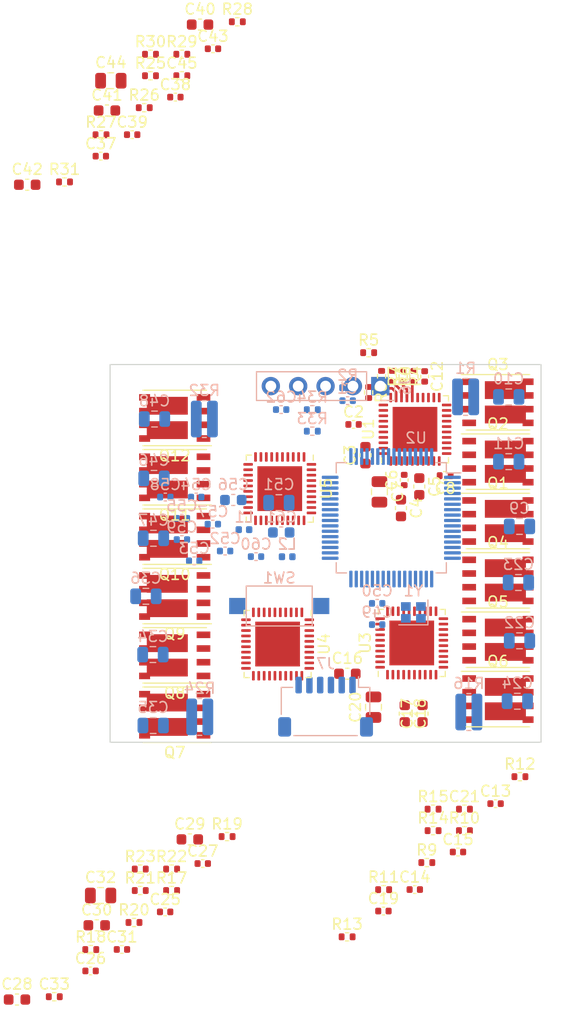
<source format=kicad_pcb>
(kicad_pcb (version 20210623) (generator pcbnew)

  (general
    (thickness 4.69)
  )

  (paper "A4")
  (layers
    (0 "F.Cu" signal)
    (1 "In1.Cu" signal)
    (2 "In2.Cu" signal)
    (31 "B.Cu" signal)
    (32 "B.Adhes" user "B.Adhesive")
    (33 "F.Adhes" user "F.Adhesive")
    (34 "B.Paste" user)
    (35 "F.Paste" user)
    (36 "B.SilkS" user "B.Silkscreen")
    (37 "F.SilkS" user "F.Silkscreen")
    (38 "B.Mask" user)
    (39 "F.Mask" user)
    (40 "Dwgs.User" user "User.Drawings")
    (41 "Cmts.User" user "User.Comments")
    (42 "Eco1.User" user "User.Eco1")
    (43 "Eco2.User" user "User.Eco2")
    (44 "Edge.Cuts" user)
    (45 "Margin" user)
    (46 "B.CrtYd" user "B.Courtyard")
    (47 "F.CrtYd" user "F.Courtyard")
    (48 "B.Fab" user)
    (49 "F.Fab" user)
    (50 "User.1" user)
    (51 "User.2" user)
    (52 "User.3" user)
    (53 "User.4" user)
    (54 "User.5" user)
    (55 "User.6" user)
    (56 "User.7" user)
    (57 "User.8" user)
    (58 "User.9" user)
  )

  (setup
    (stackup
      (layer "F.SilkS" (type "Top Silk Screen"))
      (layer "F.Paste" (type "Top Solder Paste"))
      (layer "F.Mask" (type "Top Solder Mask") (color "Green") (thickness 0.01))
      (layer "F.Cu" (type "copper") (thickness 0.035))
      (layer "dielectric 1" (type "core") (thickness 1.51) (material "FR4") (epsilon_r 4.5) (loss_tangent 0.02))
      (layer "In1.Cu" (type "copper") (thickness 0.035))
      (layer "dielectric 2" (type "prepreg") (thickness 1.51) (material "FR4") (epsilon_r 4.5) (loss_tangent 0.02))
      (layer "In2.Cu" (type "copper") (thickness 0.035))
      (layer "dielectric 3" (type "core") (thickness 1.51) (material "FR4") (epsilon_r 4.5) (loss_tangent 0.02))
      (layer "B.Cu" (type "copper") (thickness 0.035))
      (layer "B.Mask" (type "Bottom Solder Mask") (color "Green") (thickness 0.01))
      (layer "B.Paste" (type "Bottom Solder Paste"))
      (layer "B.SilkS" (type "Bottom Silk Screen"))
      (copper_finish "None")
      (dielectric_constraints no)
    )
    (pad_to_mask_clearance 0)
    (pcbplotparams
      (layerselection 0x00010fc_ffffffff)
      (disableapertmacros false)
      (usegerberextensions false)
      (usegerberattributes true)
      (usegerberadvancedattributes true)
      (creategerberjobfile true)
      (svguseinch false)
      (svgprecision 6)
      (excludeedgelayer true)
      (plotframeref false)
      (viasonmask false)
      (mode 1)
      (useauxorigin false)
      (hpglpennumber 1)
      (hpglpenspeed 20)
      (hpglpendiameter 15.000000)
      (dxfpolygonmode true)
      (dxfimperialunits true)
      (dxfusepcbnewfont true)
      (psnegative false)
      (psa4output false)
      (plotreference true)
      (plotvalue true)
      (plotinvisibletext false)
      (sketchpadsonfab false)
      (subtractmaskfromsilk false)
      (outputformat 1)
      (mirror false)
      (drillshape 1)
      (scaleselection 1)
      (outputdirectory "")
    )
  )

  (net 0 "")
  (net 1 "unconnected-(U1-Pad21)")
  (net 2 "unconnected-(U1-Pad22)")
  (net 3 "Net-(U1-Pad9)")
  (net 4 "GND")
  (net 5 "+BATT")
  (net 6 "Net-(U1-Pad40)")
  (net 7 "/Motor 1/A")
  (net 8 "/Motor 1/B")
  (net 9 "/Motor 1/C")
  (net 10 "unconnected-(U2-Pad2)")
  (net 11 "unconnected-(U2-Pad3)")
  (net 12 "unconnected-(U2-Pad4)")
  (net 13 "unconnected-(U2-Pad8)")
  (net 14 "unconnected-(U2-Pad9)")
  (net 15 "unconnected-(U2-Pad10)")
  (net 16 "unconnected-(U2-Pad51)")
  (net 17 "unconnected-(U2-Pad55)")
  (net 18 "unconnected-(U2-Pad60)")
  (net 19 "Net-(U1-Pad8)")
  (net 20 "+3V3")
  (net 21 "Net-(U1-Pad30)")
  (net 22 "Net-(C15-Pad1)")
  (net 23 "Net-(C15-Pad2)")
  (net 24 "Net-(C16-Pad1)")
  (net 25 "Net-(C17-Pad1)")
  (net 26 "Net-(C18-Pad1)")
  (net 27 "Net-(C21-Pad2)")
  (net 28 "Net-(C27-Pad1)")
  (net 29 "Net-(C27-Pad2)")
  (net 30 "Net-(C28-Pad1)")
  (net 31 "Net-(C29-Pad1)")
  (net 32 "Net-(C30-Pad1)")
  (net 33 "Net-(C33-Pad2)")
  (net 34 "Net-(C39-Pad1)")
  (net 35 "Net-(C39-Pad2)")
  (net 36 "Net-(C40-Pad1)")
  (net 37 "Net-(C41-Pad1)")
  (net 38 "Net-(C42-Pad1)")
  (net 39 "Net-(C45-Pad2)")
  (net 40 "/Motor 2/C")
  (net 41 "Net-(Q4-Pad2)")
  (net 42 "Net-(Q5-Pad2)")
  (net 43 "/Motor 2/B")
  (net 44 "Net-(Q6-Pad2)")
  (net 45 "Net-(Q7-Pad2)")
  (net 46 "/Motor 2/A")
  (net 47 "Net-(Q8-Pad2)")
  (net 48 "Net-(Q9-Pad2)")
  (net 49 "/Motor 3/C")
  (net 50 "Net-(Q10-Pad2)")
  (net 51 "Net-(Q11-Pad2)")
  (net 52 "/Motor 3/B")
  (net 53 "Net-(Q12-Pad2)")
  (net 54 "/Motor 3/A")
  (net 55 "/Motor 4/C")
  (net 56 "/Motor 4/B")
  (net 57 "/Motor 4/A")
  (net 58 "Net-(R9-Pad2)")
  (net 59 "Net-(R10-Pad1)")
  (net 60 "Net-(R12-Pad2)")
  (net 61 "Net-(R13-Pad2)")
  (net 62 "Net-(R14-Pad2)")
  (net 63 "Net-(R17-Pad2)")
  (net 64 "Net-(R18-Pad1)")
  (net 65 "Net-(R20-Pad2)")
  (net 66 "Net-(R21-Pad2)")
  (net 67 "Net-(R22-Pad2)")
  (net 68 "Net-(R25-Pad2)")
  (net 69 "Net-(R26-Pad1)")
  (net 70 "Net-(R28-Pad2)")
  (net 71 "Net-(R29-Pad2)")
  (net 72 "Net-(R30-Pad2)")
  (net 73 "unconnected-(U3-Pad21)")
  (net 74 "unconnected-(U3-Pad22)")
  (net 75 "unconnected-(U4-Pad21)")
  (net 76 "unconnected-(U4-Pad22)")
  (net 77 "unconnected-(U5-Pad21)")
  (net 78 "unconnected-(U5-Pad22)")
  (net 79 "Net-(C2-Pad1)")
  (net 80 "Net-(C2-Pad2)")
  (net 81 "Net-(C4-Pad1)")
  (net 82 "Net-(C5-Pad1)")
  (net 83 "Net-(Q1-Pad4)")
  (net 84 "Net-(Q2-Pad4)")
  (net 85 "Net-(Q2-Pad2)")
  (net 86 "Net-(Q3-Pad2)")
  (net 87 "Net-(Q3-Pad4)")
  (net 88 "Net-(Q4-Pad4)")
  (net 89 "Net-(Q5-Pad4)")
  (net 90 "Net-(Q6-Pad4)")
  (net 91 "Net-(Q7-Pad4)")
  (net 92 "Net-(Q8-Pad4)")
  (net 93 "Net-(Q9-Pad4)")
  (net 94 "Net-(Q10-Pad4)")
  (net 95 "Net-(Q11-Pad4)")
  (net 96 "Net-(Q12-Pad4)")
  (net 97 "Net-(R2-Pad2)")
  (net 98 "Net-(R4-Pad2)")
  (net 99 "Net-(R5-Pad1)")
  (net 100 "Net-(R7-Pad2)")
  (net 101 "/Controller/OSCA")
  (net 102 "/Controller/OSCB")
  (net 103 "+3.3VA")
  (net 104 "Net-(U2-Pad28)")
  (net 105 "/Controller/~{RESET}")
  (net 106 "Net-(U2-Pad61)")
  (net 107 "/Controller/PWM1A")
  (net 108 "/Controller/PWM1B")
  (net 109 "/Controller/PWM1C")
  (net 110 "/Controller/PWM3C")
  (net 111 "/Controller/PWM4A")
  (net 112 "/Controller/PWM4B")
  (net 113 "/Controller/PWM4C")
  (net 114 "/Controller/PWM2B")
  (net 115 "/Controller/PWM2C")
  (net 116 "/Controller/PWM3A")
  (net 117 "/Controller/PWM3B")
  (net 118 "/Controller/PWM2A")
  (net 119 "/Controller/SWDIO")
  (net 120 "/Controller/SWCLK")
  (net 121 "/Controller/ISENSE3")
  (net 122 "/Controller/ISENSE4")
  (net 123 "/Controller/ISENSE1")
  (net 124 "/Controller/ISENSE2")
  (net 125 "/Controller/~{CS}")
  (net 126 "/Controller/SCLK")
  (net 127 "/Controller/MOSI")
  (net 128 "/Controller/MISO")
  (net 129 "/Controller/~{FAULT1}")
  (net 130 "/Controller/~{FAULT2}")
  (net 131 "/Controller/~{FAULT3}")
  (net 132 "/Controller/~{FAULT4}")
  (net 133 "/Controller/EN")
  (net 134 "/Controller/HIZ1A")
  (net 135 "/Controller/HIZ1B")
  (net 136 "/Controller/HIZ1C")
  (net 137 "/Controller/HIZ4B")
  (net 138 "/Controller/HIZ4C")
  (net 139 "/Controller/HIZ3A")
  (net 140 "/Controller/HIZ3B")
  (net 141 "/Controller/HIZ3C")
  (net 142 "/Controller/HIZ2A")
  (net 143 "/Controller/HIZ2B")
  (net 144 "/Controller/HIZ2C")
  (net 145 "/Controller/HIZ4A")

  (footprint "Resistor_SMD:R_0402_1005Metric" (layer "F.Cu") (at 136.2 61.1 -90))

  (footprint "Capacitor_SMD:C_0603_1608Metric" (layer "F.Cu") (at 132.7 68.4 90))

  (footprint "Resistor_SMD:R_0402_1005Metric" (layer "F.Cu") (at 111.22 111.7))

  (footprint "Resistor_SMD:R_0402_1005Metric" (layer "F.Cu") (at 115.66 33.24))

  (footprint "Capacitor_SMD:C_0402_1005Metric" (layer "F.Cu") (at 107.19 116.19))

  (footprint "Resistor_SMD:R_0402_1005Metric" (layer "F.Cu") (at 108.16 38.71))

  (footprint "Resistor_SMD:R_0402_1005Metric" (layer "F.Cu") (at 104.77 43.08))

  (footprint "Capacitor_SMD:C_0402_1005Metric" (layer "F.Cu") (at 138.2 61.1 -90))

  (footprint "Package_SO:PowerPAK_SO-8_Dual" (layer "F.Cu") (at 115 92.45 180))

  (footprint "Package_DFN_QFN:Texas_S-PVQFN-N40_EP4.15x4.15mm" (layer "F.Cu") (at 137.3 66 90))

  (footprint "Capacitor_SMD:C_0603_1608Metric" (layer "F.Cu") (at 108.71 36.46))

  (footprint "Capacitor_SMD:C_0402_1005Metric" (layer "F.Cu") (at 118.55 30.74))

  (footprint "Resistor_SMD:R_0402_1005Metric" (layer "F.Cu") (at 138.98 101.2))

  (footprint "Capacitor_SMD:C_0805_2012Metric" (layer "F.Cu") (at 108.12 109.2))

  (footprint "Resistor_SMD:R_0402_1005Metric" (layer "F.Cu") (at 141.89 101.2))

  (footprint "Capacitor_SMD:C_0402_1005Metric" (layer "F.Cu") (at 144.78 100.69))

  (footprint "Resistor_SMD:R_0402_1005Metric" (layer "F.Cu") (at 141.89 103.19))

  (footprint "Resistor_SMD:R_0402_1005Metric" (layer "F.Cu") (at 114.71 106.75))

  (footprint "Capacitor_SMD:C_0402_1005Metric" (layer "F.Cu") (at 114.11 110.72))

  (footprint "Package_SO:PowerPAK_SO-8_Dual" (layer "F.Cu") (at 115 70.45 180))

  (footprint "Resistor_SMD:R_0402_1005Metric" (layer "F.Cu") (at 103.82 118.58))

  (footprint "Capacitor_SMD:C_0603_1608Metric" (layer "F.Cu") (at 101.31 43.34))

  (footprint "Capacitor_SMD:C_0402_1005Metric" (layer "F.Cu") (at 111.05 38.7))

  (footprint "Capacitor_SMD:C_0402_1005Metric" (layer "F.Cu") (at 134.37 110.64))

  (footprint "Package_SO:PowerPAK_SO-8_Dual" (layer "F.Cu") (at 115 81.45 180))

  (footprint "Resistor_SMD:R_0402_1005Metric" (layer "F.Cu") (at 112.17 36.2))

  (footprint "Capacitor_SMD:C_0603_1608Metric" (layer "F.Cu") (at 116.4 104))

  (footprint "Capacitor_SMD:C_0402_1005Metric" (layer "F.Cu") (at 117.6 106.24))

  (footprint "Capacitor_SMD:C_0603_1608Metric" (layer "F.Cu") (at 107.76 111.96))

  (footprint "Capacitor_SMD:C_0603_1608Metric" (layer "F.Cu") (at 131.025 88.65))

  (footprint "Capacitor_SMD:C_0805_2012Metric" (layer "F.Cu") (at 133.45 91.75 90))

  (footprint "Package_SO:PowerPAK_SO-8_Dual" (layer "F.Cu") (at 115 64.95 180))

  (footprint "Resistor_SMD:R_0402_1005Metric" (layer "F.Cu") (at 140.1 70.3 180))

  (footprint "Capacitor_SMD:C_0402_1005Metric" (layer "F.Cu") (at 137.28 108.65))

  (footprint "Package_SO:PowerPAK_SO-8_Dual" (layer "F.Cu") (at 145 69))

  (footprint "Capacitor_SMD:C_0402_1005Metric" (layer "F.Cu") (at 131.6 65.55))

  (footprint "Capacitor_SMD:C_0603_1608Metric" (layer "F.Cu") (at 138 92.35 90))

  (footprint "Package_DFN_QFN:Texas_S-PVQFN-N40_EP4.15x4.15mm" (layer "F.Cu") (at 124.55 85.9 -90))

  (footprint "Capacitor_SMD:C_0603_1608Metric" (layer "F.Cu") (at 117.35 28.5))

  (footprint "Capacitor_SMD:C_0805_2012Metric" (layer "F.Cu") (at 134 71.8 -90))

  (footprint "Resistor_SMD:R_0402_1005Metric" (layer "F.Cu") (at 134.39 108.66))

  (footprint "Capacitor_SMD:C_0402_1005Metric" (layer "F.Cu") (at 110.1 114.2))

  (footprint "Resistor_SMD:R_0402_1005Metric" (layer "F.Cu") (at 133 58.9))

  (footprint "Capacitor_SMD:C_0402_1005Metric" (layer "F.Cu") (at 141.29 105.17))

  (footprint "Resistor_SMD:R_0402_1005Metric" (layer "F.Cu") (at 138.98 103.19))

  (footprint "Resistor_SMD:R_0402_1005Metric" (layer "F.Cu") (at 112.75 33.24))

  (footprint "Resistor_SMD:R_0402_1005Metric" (layer "F.Cu") (at 120.81 28.24))

  (footprint "Package_SO:PowerPAK_SO-8_Dual" (layer "F.Cu") (at 145 74.5))

  (footprint "Resistor_SMD:R_0402_1005Metric" (layer "F.Cu") (at 137.2 61.1 90))

  (footprint "Capacitor_SMD:C_0603_1608Metric" (layer "F.Cu") (at 137.7 71.3 -90))

  (footprint "Capacitor_SMD:C_0805_2012Metric" (layer "F.Cu") (at 109.07 33.7))

  (footprint "Package_SO:PowerPAK_SO-8_Dual" (layer "F.Cu")
    (tedit 5EADE2C3) (tstamp a08fd404-fccd-447d-aa13-a87dae514c4f)
    (at 115 75.95 180)
    (descr "PowerPAK SO-8 Dual (https://www.vishay.com/docs/71655/powerpak.pdf, https://www.vishay.com/docs/72600/72600.pdf)")
    (tags "PowerPAK SO-8 Dual")
    (property "Sheetfile" "motor4.kicad_sch")
    (property "Sheetname" "Motor 4")
    (path "/cead427d-fa7b-47de-8d19-a61452e1325b/c5ec2277-9dd7-48d1-b1a2-519ddc0d1399")
    (attr smd)
    (fp_text reference "Q10" (at 0 -3.5) (layer "F.SilkS")
      (effects (font (size 1 1) (thickness 0.15)))
      (tstamp cdd6113b-d8f1-4ec6-9e45-c2f332a01927)
    )
    (fp_text value "SiRB40DP" (at 0 3.5) (layer "F.Fab")
      (effects (font (size 1 1) (thickness 0.15)))
      (tstamp aff2e9a3-6b25-4fa1-bb98-76f0aa3a9d5c)
    )
    (fp_text user "${REFERENCE}" (at 0 0) (layer "F.Fab")
      (effects (font (size 1 1) (thickness 0.15)))
      (tstamp 3f77f066-c3eb-4042-8aa1-7c13cdba5737)
    )
    (fp_line (start -2.945 2.57) (end 2.945 2.57) (layer "F.SilkS") (width 0.12) (tstamp 10807fb1-8860-4567-9305-88977294e154))
    (fp_line (start -3.4 -2.57) (end 2.945 -2.57) (layer "F.SilkS") (width 0.12) (tstamp 39ca131d-f1f9-488e-82e3-9d19b5c6ca42))
    (fp_line (start -3.55 -2.75) (end -3.55 2.75) (layer "F.CrtYd") (width 0.05) (tstamp 438f73f6-515f-42e0-8af9-4a9340a6f731))
    (fp_line (start -3.55 2.75) (end 3.55 2.75) (layer "F.CrtYd") (width 0.05) (tstamp 9f4e2cf9-c746-44bc-ab6c-b92998c51ff0))
    (fp_line (start 3.55 -2.75) (end 3.55 2.75) (layer "F.CrtYd") (width 0.05) (tstamp e76ebc31-1bbd-47c1-b795-04d996a69547))
    (fp_line (start -3.55 -2.75) (end 3.55 -2.75) (layer "F.CrtYd") (width 0.05) (tstamp fbcb4bb3-26fd-48f6-8988-65e348e7d0bb))
    (fp_line (start 2.945 2.45) (end -2.945 2.45) (layer "F.Fab") (width 0.1) (tstamp 0da2b371-ea9e-481f-a4d8-6644f4ac098a))
    (fp_line (start -1.945 -2.45) (end -2.945 -1.45) (layer "F.Fab") (width 0.1) (tstamp 3866d21c-f1a9-4572-b701-0df4ed8ef36b))
    (fp_line (start -1.945 -2.45) (end 2.945 -2.45) (layer "F.Fab") (width 0.1) (tstamp 86d79163-8d79-4278-a5cf-8fecea428c25))
    (fp_line (start -2.945 2.45) (end -2.945 -1.45) (layer "F.Fab") (width 0.1) (tstamp 9729cde5-c4fc-492e-a980-f25542115975))
    (fp_line (start 2.945 -2.45) (end 2.945 2.45) (layer "F.Fab") (width 0.1) (tstamp c26de2e3-891b-4901-a42d-4793a171cc8d))
    (pad "1" smd rect locked (at -2.67 -1.905 180) (size 1.27 0.61) (layers "F.Cu" "F.Paste" "F.Mask")
      (net 39 "Net-(C45-Pad2)") (pinfunction "S") (pintype "passive") (tstamp 7feab969-fbe9-4098-b4fa-a8b74765130f))
    (pad "2" smd rect locked (at -2.67 -0.635 180) (size 1.27 0.61) (layers "F.Cu" "F.Paste" "F.Mask")
      (net 50 "Net-(Q10-Pad2)") (pinfunction "G") (pintype "input") (tstamp cddf9275-9cf2-425e-a021-d4b3f864938a))
    (pad "3" smd rect locked (at -2.67 0.635 180) (size 1.27 0.61) (layers "F.Cu" "F.Paste" "F.Mask")
      (net 55 "/Motor 4/C") (pinfunction "S") (pintype "passive") (tstamp 4df3282c-de49-44aa-aa71-e1d72fed2d2c))
    (pad "4" smd rect locked (at -2.67 1.905 180) (size 1.27 0.61) (layers "F.Cu" "F.Paste" "F.Mask")
      (net 94 "Net-(Q10-Pad4)") (pinfunction "G") (pintype "input") (tstamp 3bc439ca-3062-4b9f-a7a8-a29305ec3003))
    (pad "5" smd rect locked (at 0.69 -1.13 180) (size 3.81 1.65) (layers "F.Cu" "F.Paste" "F.Mask")
      (net 55 "/Motor 4/C") (pinfunction "D") (pintype "passive") (tstamp 5f56e78c-d401-4538-a099-83709517bc60))
    (pad "5" smd rect locked (at 2.795 -1.905 180) (size 1.02 0.61) (layers "F.Cu" "F.Paste" "F.Mask")
      (net 55 "/Motor 4/C") (pinfunction "D") (pintype "passive") (tstamp a5c0b2ec-fe18-48f4-ae20-bca36c6d4dc3))
    (pad "5" smd rect locked (at 2.795 -0.635 180) (size 1.02 0.61) (layers "F.Cu" "F.Paste" "F.Mask")
      (net 55 "/Motor 4/C") (pinfunction "D") (pintype "passive") (tstamp bae01cf3-1da5-45db-86ba-666e93f680aa))
    (pad "6" smd rect locked (at 0.69 1.13 180) (size 3.81 1.65) (layers "F.Cu" "F.Paste" "F.Mask")
      (net 5 "+BATT") (pinfunction "D") (pintype "passive") (tstamp 7a5ada00-77b3-4e96-a523-fd5a3f66e84a))
    (pad "6" smd rect locked (at 2.795 1.905 180) (size 1.02 0.61) (layers "F.Cu" "F.Paste" "F.Mask")
      (net 5 "+BATT") (pinfunction "D") (pintype "passive") (tstamp 83accd1b-008d-4162-9b27-b2a3b1812dea))
    (pad "6" smd rect locked (at 2.795 0.635 180) (size 1.02 0.61) (layers "F.Cu" "F.Paste" "F.Mask")
      (net 5 "+BATT") (pin
... [263733 chars truncated]
</source>
